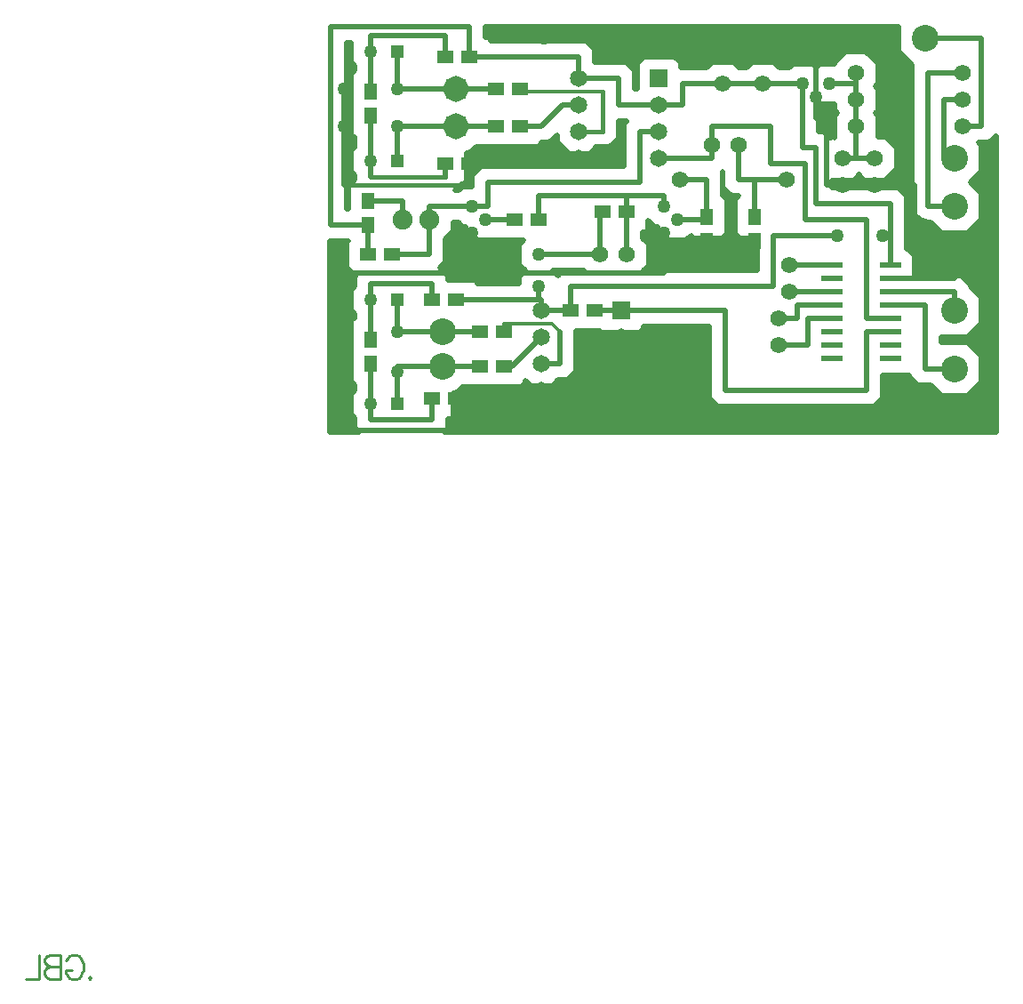
<source format=gbl>
%FSLAX23Y23*%
%MOIN*%
G70*
G01*
G75*
%ADD10C,0.020*%
%ADD11C,0.009*%
%ADD12C,0.050*%
%ADD13C,0.065*%
%ADD14R,0.065X0.065*%
%ADD15C,0.062*%
%ADD16C,0.100*%
%ADD17P,0.100X8X0*%
%ADD18R,0.050X0.050*%
%ADD19C,0.075*%
%ADD20R,0.080X0.024*%
%ADD21R,0.050X0.060*%
%ADD22R,0.060X0.050*%
%ADD23C,0.012*%
%ADD24C,0.015*%
G54D10*
X4070Y3025D02*
Y3740D01*
X4105D01*
X4070D01*
X4076D02*
X4070Y3734D01*
Y3733D02*
X4135Y3668D01*
Y3672D02*
X4070Y3607D01*
Y3606D02*
X4150Y3526D01*
Y3531D02*
X4070Y3451D01*
Y3450D02*
X4150Y3370D01*
Y3376D02*
X4070Y3296D01*
Y3295D02*
X4150Y3215D01*
X4165Y3200D01*
X4165D02*
X4150D01*
Y3290D01*
Y3360D01*
Y3450D01*
X4165D01*
Y3467D01*
X4150Y3483D01*
Y3557D01*
X4165Y3572D01*
Y3610D01*
Y3572D01*
Y3574D02*
X4070Y3479D01*
Y3478D02*
X4150Y3398D01*
Y3404D02*
X4070Y3324D01*
Y3323D02*
X4150Y3243D01*
Y3248D02*
X4070Y3168D01*
Y3167D02*
X4165Y3072D01*
Y3065D02*
X4125Y3025D01*
X4128D02*
X4070Y3083D01*
Y3083D02*
X4150Y3163D01*
Y3168D02*
X4165Y3182D01*
Y3200D01*
X4158D02*
X4070Y3112D01*
Y3111D02*
X4156Y3025D01*
X4153D02*
X4166Y3039D01*
X4165Y3040D02*
Y3078D01*
X4150Y3092D01*
Y3168D01*
X4152Y3170D02*
X4070Y3252D01*
Y3253D02*
X4150Y3333D01*
Y3328D02*
X4070Y3408D01*
Y3409D02*
X4150Y3489D01*
Y3483D02*
X4070Y3563D01*
Y3564D02*
X4135Y3629D01*
Y3626D02*
X4070Y3691D01*
Y3692D02*
X4118Y3740D01*
X4120D02*
X4135Y3725D01*
Y3728D02*
X4070Y3663D01*
Y3662D02*
X4162Y3570D01*
X4155Y3563D02*
X4070Y3648D01*
Y3649D02*
X4135Y3714D01*
Y3710D02*
X4105Y3740D01*
X4105D02*
X4135D01*
Y3615D01*
X4170D01*
X4165Y3610D01*
X4170Y3615D01*
X4163D02*
X4070Y3522D01*
Y3521D02*
X4150Y3441D01*
Y3446D02*
X4070Y3366D01*
Y3365D02*
X4150Y3285D01*
Y3290D02*
Y3360D01*
Y3361D02*
X4070Y3281D01*
Y3280D02*
X4150Y3200D01*
X4151Y3200D02*
X4165Y3185D01*
Y3193D02*
X4070Y3098D01*
Y3097D02*
X4142Y3025D01*
X4139D02*
X4165Y3051D01*
Y3058D02*
X4070Y3153D01*
Y3154D02*
X4150Y3234D01*
Y3257D02*
X4070Y3337D01*
Y3338D02*
X4150Y3418D01*
Y3413D02*
X4070Y3493D01*
Y3494D02*
X4165Y3589D01*
Y3596D02*
X4146Y3615D01*
X4135Y3626D01*
Y3615D02*
X4070Y3550D01*
Y3549D02*
X4165Y3454D01*
Y3461D02*
X4154Y3450D01*
X4150Y3446D01*
X4155Y3450D02*
X4070Y3535D01*
Y3536D02*
X4149Y3615D01*
X4160D02*
X4135Y3640D01*
X4070Y3705D01*
Y3706D02*
X4104Y3740D01*
X4091D02*
X4135Y3696D01*
Y3700D02*
X4070Y3635D01*
Y3634D02*
X4150Y3554D01*
Y3545D02*
X4070Y3465D01*
Y3464D02*
X4150Y3384D01*
Y3390D02*
X4070Y3310D01*
Y3309D02*
X4150Y3229D01*
Y3220D02*
X4070Y3140D01*
Y3139D02*
X4165Y3044D01*
Y3040D02*
Y3078D01*
X4164Y3078D02*
X4111Y3025D01*
X4113D02*
X4070Y3068D01*
Y3069D02*
X4150Y3149D01*
Y3144D02*
X4070Y3224D01*
Y3225D02*
X4150Y3305D01*
Y3299D02*
X4070Y3379D01*
Y3380D02*
X4161Y3471D01*
X4154Y3479D02*
X4070Y3395D01*
Y3394D02*
X4150Y3314D01*
Y3319D02*
X4070Y3239D01*
Y3238D02*
X4150Y3158D01*
Y3135D02*
X4070Y3055D01*
Y3054D02*
X4099Y3025D01*
X4096D02*
X4157Y3086D01*
X4150Y3093D02*
X4082Y3025D01*
X4085D02*
X4070Y3040D01*
Y3041D02*
X4150Y3121D01*
Y3116D02*
X4070Y3196D01*
Y3197D02*
X4150Y3277D01*
Y3271D02*
X4070Y3351D01*
Y3352D02*
X4150Y3432D01*
Y3427D02*
X4070Y3507D01*
Y3508D02*
X4165Y3603D01*
Y3610D02*
X4160Y3615D01*
X4165Y3581D02*
X4070Y3676D01*
Y3677D02*
X4133Y3740D01*
X4134D02*
X4135Y3739D01*
Y3740D02*
X4140D01*
X4090D02*
X4070Y3720D01*
Y3719D02*
X4135Y3654D01*
Y3658D02*
X4070Y3593D01*
Y3592D02*
X4150Y3512D01*
Y3517D02*
X4070Y3437D01*
Y3436D02*
X4150Y3356D01*
Y3347D02*
X4070Y3267D01*
Y3266D02*
X4159Y3177D01*
X4150Y3206D02*
X4070Y3126D01*
Y3125D02*
X4170Y3025D01*
X4167D02*
X4174Y3031D01*
X4180Y3025D02*
X4070D01*
X4071D02*
X4070Y3026D01*
Y3027D02*
X4150Y3107D01*
Y3107D02*
X4070Y3027D01*
X4125Y3030D02*
Y3250D01*
Y3400D01*
Y3620D01*
X4605D01*
Y3770D01*
X4597Y3766D02*
X4505Y3674D01*
Y3680D02*
X4590Y3595D01*
X4596D02*
X4746Y3745D01*
X4751D02*
X4780Y3716D01*
Y3709D02*
X4651Y3580D01*
X4647D02*
X4505Y3722D01*
Y3720D02*
Y3749D01*
X4533Y3776D01*
Y3810D01*
X4553D01*
X4568Y3795D01*
X4580D01*
Y3783D01*
X4618Y3745D01*
X4685D01*
X4693D01*
X4685D01*
X4689D02*
X4539Y3595D01*
X4535D02*
X4515D01*
Y3610D01*
X4485Y3640D01*
X4515Y3610D01*
Y3595D01*
X4535D01*
X4625D01*
Y3580D01*
X4780D01*
Y3608D01*
X4803Y3630D01*
X4780Y3652D01*
Y3727D01*
X4798Y3745D01*
X4775D01*
X4693D01*
X4694D02*
X4780Y3659D01*
Y3666D02*
X4694Y3580D01*
X4690D02*
X4513Y3757D01*
X4506Y3750D02*
X4676Y3580D01*
X4680D02*
X4780Y3680D01*
Y3674D02*
X4709Y3745D01*
X4703D02*
X4553Y3595D01*
X4547D02*
X4494Y3649D01*
X4501Y3656D02*
X4562Y3595D01*
X4567D02*
X4717Y3745D01*
X4723D02*
X4780Y3688D01*
Y3694D02*
X4666Y3580D01*
X4661D02*
X4505Y3736D01*
Y3731D02*
X4569Y3795D01*
X4574D02*
X4580Y3789D01*
X4624Y3745D01*
X4780Y3589D01*
Y3595D02*
X4765Y3580D01*
X4760D02*
X4533Y3808D01*
Y3801D02*
X4542Y3810D01*
X4545D02*
X4775Y3580D01*
X4779D02*
X4780Y3581D01*
Y3603D02*
X4638Y3745D01*
X4633D02*
X4506Y3619D01*
X4499Y3626D02*
X4618Y3745D01*
X4611Y3752D02*
X4492Y3633D01*
X4485Y3640D02*
X4604Y3759D01*
X4590Y3773D02*
X4505Y3688D01*
Y3694D02*
X4604Y3595D01*
X4610D02*
X4760Y3745D01*
X4765D02*
X4781Y3729D01*
X4780Y3723D02*
X4637Y3580D01*
X4633D02*
X4625Y3588D01*
X4618Y3595D01*
X4505Y3708D01*
Y3702D02*
X4583Y3780D01*
X4580Y3791D02*
X4505Y3716D01*
Y3666D02*
X4576Y3595D01*
X4582D02*
X4732Y3745D01*
X4737D02*
X4780Y3702D01*
X4780Y3652D02*
X4708Y3580D01*
X4704D02*
X4520Y3764D01*
X4505Y3745D02*
X4561Y3801D01*
X4554Y3808D02*
X4533Y3786D01*
Y3780D02*
X4732Y3580D01*
X4736D02*
X4794Y3638D01*
X4787Y3645D02*
X4722Y3580D01*
X4718D02*
X4527Y3771D01*
X4533Y3794D02*
X4746Y3580D01*
X4750D02*
X4801Y3631D01*
X4799Y3626D02*
X4680Y3745D01*
X4675D02*
X4525Y3595D01*
X4533D02*
X4487Y3642D01*
X4485Y3640D02*
X4505Y3660D01*
Y3720D01*
Y3660D01*
X4485Y3640D01*
X4513Y3612D02*
X4647Y3745D01*
X4652D02*
X4785Y3612D01*
X4792Y3619D02*
X4666Y3745D01*
X4661D02*
X4515Y3599D01*
Y3599D02*
X4519Y3595D01*
X4455Y3580D02*
X4225D01*
Y3370D01*
Y3280D02*
Y3130D01*
Y3070D01*
X4455D01*
Y3150D01*
X4515Y3075D02*
Y3040D01*
X4500Y3025D01*
X6570D01*
Y4135D01*
X6545Y4110D01*
X6507D01*
X6506Y4109D01*
X6505Y4110D01*
X6507D01*
X6505D01*
X6506Y4109D02*
X6515Y4100D01*
Y4000D01*
X6475Y3960D01*
X6515Y3920D01*
Y3820D01*
X6465Y3770D01*
X6365D01*
X6323Y3812D01*
X6314Y3812D01*
X6285D01*
X6255Y3842D01*
Y3872D01*
X6256Y3862D01*
X6259Y3852D01*
X6263Y3842D01*
X6269Y3834D01*
X6276Y3826D01*
X6284Y3820D01*
X6294Y3816D01*
X6304Y3813D01*
X6314Y3812D01*
X6312Y3812D02*
X6235Y3735D01*
Y3732D02*
X6255Y3712D01*
X6265Y3702D01*
X6357Y3610D01*
X6350D02*
X6570Y3830D01*
Y3835D02*
X6515Y3890D01*
Y3888D02*
X6570Y3943D01*
Y3948D02*
X6515Y4003D01*
Y4001D02*
X6570Y4056D01*
Y4061D02*
X6521Y4110D01*
X6525D02*
X6515Y4100D01*
X6515Y4088D02*
X6570Y4033D01*
Y4028D02*
X6489Y3946D01*
X6482Y3953D02*
X6570Y4042D01*
Y4047D02*
X6507Y4110D01*
X6507D02*
X6545D01*
X6570Y4135D01*
Y4132D02*
X6569Y4134D01*
X6570Y4127D02*
X6515Y4072D01*
Y4074D02*
X6570Y4019D01*
Y4014D02*
X6496Y3939D01*
X6503Y3932D02*
X6570Y4000D01*
Y4005D02*
X6515Y4060D01*
Y4058D02*
X6570Y4113D01*
Y4118D02*
X6562Y4127D01*
X6554Y4119D02*
X6570Y4104D01*
Y4099D02*
X6515Y4044D01*
Y4046D02*
X6570Y3991D01*
Y3985D02*
X6510Y3925D01*
X6515Y3918D02*
X6570Y3863D01*
Y3858D02*
X6322Y3610D01*
X6329D02*
X6265Y3674D01*
Y3680D02*
X6360Y3775D01*
X6367Y3770D02*
X6570Y3566D01*
Y3561D02*
X6515Y3506D01*
Y3508D02*
X6570Y3453D01*
Y3448D02*
X6474Y3352D01*
X6481Y3344D02*
X6570Y3434D01*
Y3439D02*
X6515Y3494D01*
Y3492D02*
X6570Y3547D01*
Y3552D02*
X6311Y3812D01*
X6297D02*
X6235Y3749D01*
Y3746D02*
X6371Y3610D01*
X6364D02*
X6570Y3816D01*
Y3821D02*
X6515Y3876D01*
Y3874D02*
X6570Y3929D01*
Y3934D02*
X6510Y3995D01*
X6503Y3988D02*
X6570Y3920D01*
Y3915D02*
X6515Y3860D01*
Y3862D02*
X6570Y3807D01*
Y3802D02*
X6378Y3610D01*
X6385D02*
X6265D01*
Y3612D01*
Y3712D01*
X6235D01*
Y3730D01*
Y3790D01*
Y3850D01*
Y3910D01*
X6205Y3940D01*
X6145D01*
X5955D01*
Y3969D01*
X6036D01*
X6055Y3989D01*
X6054Y3990D01*
X6057D01*
X6055Y3989D01*
X6075Y3969D01*
X6156D01*
X6196Y4010D01*
Y4090D01*
X6156Y4131D01*
X6126D01*
Y4210D01*
X6117Y4220D01*
X6126Y4229D01*
Y4311D01*
X6117Y4320D01*
X6126Y4330D01*
Y4411D01*
X6086Y4451D01*
X6005D01*
X5964Y4411D01*
Y4405D01*
X5908D01*
X5895Y4392D01*
X5883Y4405D01*
X5808D01*
X5793Y4390D01*
X5757D01*
X5736Y4411D01*
X5655D01*
X5634Y4390D01*
X5607D01*
X5586Y4411D01*
X5505D01*
X5484Y4390D01*
X5425D01*
X5388D01*
Y4432D01*
X5223D01*
Y4310D01*
X5215D01*
Y4320D01*
Y4380D01*
X5185Y4410D01*
X5125D01*
X5069D01*
X5065D01*
Y4414D01*
Y4460D01*
X5035Y4490D01*
X4975D01*
X4675D01*
Y4505D01*
X4655D01*
Y4515D01*
Y4545D01*
X6205D01*
Y4450D01*
X6255Y4400D01*
Y4340D01*
Y4400D01*
X6252Y4403D02*
X6126Y4277D01*
Y4279D02*
X6255Y4150D01*
Y4151D02*
X6195Y4091D01*
X6196Y4082D02*
X6255Y4023D01*
Y4024D02*
X6171Y3940D01*
X6168D02*
X6139Y3969D01*
X6143D02*
X6114Y3940D01*
X6112D02*
X6083Y3969D01*
X6087D02*
X6058Y3940D01*
X6055D02*
X6026Y3969D01*
X6030D02*
X6001Y3940D01*
X5999D02*
X5970Y3969D01*
X5960D02*
X5955Y3964D01*
X5955Y3969D02*
X5984Y3940D01*
X5987D02*
X6016Y3969D01*
X6012D02*
X6041Y3940D01*
X6044D02*
X6074Y3970D01*
X6067Y3977D02*
X6030Y3940D01*
X6027D02*
X5998Y3969D01*
X6002D02*
X5973Y3940D01*
X5970D02*
X5955Y3955D01*
Y3950D02*
X5974Y3969D01*
X5984D02*
X6013Y3940D01*
X6015D02*
X6060Y3984D01*
X6052Y3985D02*
X6098Y3940D01*
X6100D02*
X6129Y3969D01*
X6125D02*
X6154Y3940D01*
X6157D02*
X6255Y4038D01*
Y4037D02*
X6126Y4166D01*
Y4164D02*
X6255Y4293D01*
Y4292D02*
X6002Y4545D01*
X5998D02*
X5858Y4405D01*
X5859D02*
X5719Y4545D01*
X5715D02*
X5581Y4411D01*
X5584D02*
X5450Y4545D01*
X5447D02*
X5334Y4432D01*
X5336D02*
X5224Y4545D01*
X5220D02*
X5085Y4410D01*
X5090D02*
X5065Y4435D01*
Y4432D02*
X5178Y4545D01*
X5181D02*
X5294Y4432D01*
X5292D02*
X5404Y4545D01*
X5408D02*
X5542Y4411D01*
X5539D02*
X5673Y4545D01*
X5676D02*
X5816Y4405D01*
X5816D02*
X5956Y4545D01*
X5959D02*
X6053Y4451D01*
X6060D02*
X6154Y4545D01*
X6157D02*
X6205Y4497D01*
Y4497D02*
X6122Y4414D01*
X6126Y4406D02*
X6081Y4451D01*
X5987Y4545D01*
X5984D02*
X5844Y4405D01*
X5845D02*
X5705Y4545D01*
X5701D02*
X5567Y4411D01*
X5570D02*
X5436Y4545D01*
X5433D02*
X5320Y4432D01*
X5322D02*
X5210Y4545D01*
X5206D02*
X5071Y4410D01*
X5069D02*
X5065Y4414D01*
Y4460D01*
X5035Y4490D01*
X4975D01*
X4982D02*
X5037Y4545D01*
X5040D02*
X5175Y4410D01*
X5170D02*
X5305Y4545D01*
X5309D02*
X5464Y4390D01*
X5461D02*
X5616Y4545D01*
X5620D02*
X5775Y4390D01*
X5773D02*
X5928Y4545D01*
X5931D02*
X6025Y4451D01*
X6032D02*
X6126Y4545D01*
X6129D02*
X6205Y4469D01*
Y4469D02*
X6126Y4390D01*
Y4392D02*
X6255Y4263D01*
Y4264D02*
X6126Y4135D01*
Y4138D02*
X6133Y4131D01*
X6126Y4150D02*
X6255Y4279D01*
Y4277D02*
X6126Y4406D01*
Y4404D02*
X6205Y4483D01*
Y4483D02*
X6143Y4545D01*
X6140D02*
X6046Y4451D01*
X6039D02*
X5945Y4545D01*
X5942D02*
X5787Y4390D01*
X5789D02*
X5634Y4545D01*
X5631D02*
X5476Y4390D01*
X5478D02*
X5323Y4545D01*
X5319D02*
X5184Y4410D01*
X5185D02*
X5125D01*
X5128D02*
X5263Y4545D01*
X5266D02*
X5379Y4432D01*
X5388Y4424D01*
X5421Y4390D01*
X5419D02*
X5574Y4545D01*
X5577D02*
X5711Y4411D01*
X5709D02*
X5843Y4545D01*
X5846D02*
X5972Y4419D01*
X5965Y4412D02*
X5832Y4545D01*
X5829D02*
X5695Y4411D01*
X5697D02*
X5563Y4545D01*
X5560D02*
X5405Y4390D01*
X5407D02*
X5388Y4410D01*
X5365Y4432D01*
X5252Y4545D01*
X5249D02*
X5114Y4410D01*
X5118D02*
X4983Y4545D01*
X4980D02*
X4925Y4490D01*
X4925D02*
X4870Y4545D01*
X4867D02*
X4812Y4490D01*
X4812D02*
X4757Y4545D01*
X4754D02*
X4699Y4490D01*
X4699D02*
X4655Y4534D01*
Y4531D02*
X4669Y4545D01*
X4672D02*
X4727Y4490D01*
X4727D02*
X4782Y4545D01*
X4785D02*
X4840Y4490D01*
X4840D02*
X4895Y4545D01*
X4899D02*
X4954Y4490D01*
X4953D02*
X5008Y4545D01*
X5012D02*
X5147Y4410D01*
X5142D02*
X5277Y4545D01*
X5280D02*
X5435Y4390D01*
X5433D02*
X5588Y4545D01*
X5588D02*
X5433Y4390D01*
X5425D02*
X5388D01*
X5391D02*
X5546Y4545D01*
X5549D02*
X5683Y4411D01*
X5680D02*
X5814Y4545D01*
X5818D02*
X5958Y4405D01*
X5957D02*
X6097Y4545D01*
X6101D02*
X6255Y4391D01*
Y4392D02*
X6126Y4263D01*
Y4265D02*
X6255Y4136D01*
Y4137D02*
X6196Y4078D01*
Y4068D02*
X6255Y4009D01*
Y4010D02*
X6185Y3940D01*
X6182D02*
X6153Y3969D01*
X6162Y3975D02*
X6197Y3940D01*
X6199D02*
X6255Y3996D01*
Y3995D02*
X6196Y4054D01*
Y4050D02*
X6255Y4109D01*
Y4108D02*
X6126Y4237D01*
Y4234D02*
X6255Y4363D01*
Y4362D02*
X6072Y4545D01*
X6069D02*
X5929Y4405D01*
X5929D02*
X5789Y4545D01*
X5786D02*
X5631Y4390D01*
X5633D02*
X5478Y4545D01*
X5475D02*
X5362Y4432D01*
X5350D02*
X5238Y4545D01*
X5235D02*
X5100Y4410D01*
X5104D02*
X5065Y4449D01*
Y4446D02*
X5164Y4545D01*
X5167D02*
X5280Y4432D01*
X5278D02*
X5390Y4545D01*
X5394D02*
X5528Y4411D01*
X5525D02*
X5659Y4545D01*
X5662D02*
X5805Y4402D01*
X5798Y4395D02*
X5648Y4545D01*
X5645D02*
X5511Y4411D01*
X5513D02*
X5379Y4545D01*
X5376D02*
X5263Y4432D01*
X5266D02*
X5153Y4545D01*
X5150D02*
X5065Y4460D01*
X5058Y4467D02*
X5136Y4545D01*
X5139D02*
X5251Y4432D01*
X5249D02*
X5223Y4406D01*
X5206Y4389D01*
X5213Y4382D02*
X5223Y4392D01*
Y4391D02*
X5068Y4545D01*
X5065D02*
X5010Y4490D01*
X5010D02*
X4955Y4545D01*
X4952D02*
X4897Y4490D01*
X4897D02*
X4842Y4545D01*
X4839D02*
X4784Y4490D01*
X4784D02*
X4729Y4545D01*
X4725D02*
X4675Y4495D01*
Y4500D02*
X4670Y4505D01*
X4655Y4520D01*
Y4517D02*
X4683Y4545D01*
X4658D02*
X4713Y4490D01*
X4713D02*
X4768Y4545D01*
X4771D02*
X4826Y4490D01*
X4826D02*
X4881Y4545D01*
X4884D02*
X4939Y4490D01*
X4939D02*
X4994Y4545D01*
X4998D02*
X5133Y4410D01*
X5156D02*
X5291Y4545D01*
X5295D02*
X5450Y4390D01*
X5447D02*
X5602Y4545D01*
X5606D02*
X5761Y4390D01*
X5758D02*
X5913Y4545D01*
X5917D02*
X6011Y4451D01*
X6017D02*
X6111Y4545D01*
X6115D02*
X6205Y4455D01*
Y4455D02*
X6126Y4376D01*
Y4378D02*
X6255Y4249D01*
Y4250D02*
X6136Y4131D01*
X6147D02*
X6126Y4152D01*
Y4178D02*
X6255Y4307D01*
Y4306D02*
X6016Y4545D01*
X6012D02*
X5872Y4405D01*
X5873D02*
X5733Y4545D01*
X5730D02*
X5591Y4406D01*
X5598Y4399D02*
X5744Y4545D01*
X5747D02*
X5897Y4395D01*
X5892Y4396D02*
X6041Y4545D01*
X6044D02*
X6255Y4334D01*
Y4335D02*
X6126Y4206D01*
Y4208D02*
X6255Y4079D01*
Y4081D02*
X6196Y4022D01*
Y4025D02*
X6255Y3966D01*
Y3967D02*
X6216Y3929D01*
X6209Y3936D02*
X6255Y3982D01*
Y3980D02*
X6196Y4039D01*
Y4036D02*
X6255Y4095D01*
Y4094D02*
X6123Y4226D01*
X6121Y4215D02*
X6255Y4349D01*
Y4348D02*
X6058Y4545D01*
X6055D02*
X5915Y4405D01*
X5915D02*
X5775Y4545D01*
X5772D02*
X5617Y4390D01*
X5619D02*
X5464Y4545D01*
X5461D02*
X5348Y4432D01*
X5377D02*
X5489Y4545D01*
X5422D02*
X5556Y4411D01*
X5553D02*
X5687Y4545D01*
X5690D02*
X5830Y4405D01*
X5830D02*
X5970Y4545D01*
X5903D02*
X6001Y4447D01*
X5993Y4440D02*
X5888Y4545D01*
X5885D02*
X5743Y4403D01*
X5750Y4396D02*
X5899Y4545D01*
X5874D02*
X5986Y4433D01*
X5979Y4426D02*
X5860Y4545D01*
X5857D02*
X5723Y4411D01*
X5726D02*
X5592Y4545D01*
X5535D02*
X5669Y4411D01*
X5666D02*
X5800Y4545D01*
X5804D02*
X5944Y4405D01*
X5943D02*
X6083Y4545D01*
X6086D02*
X6255Y4376D01*
Y4378D02*
X6126Y4249D01*
Y4251D02*
X6255Y4122D01*
Y4123D02*
X6196Y4064D01*
X6188Y4098D02*
X6255Y4165D01*
Y4164D02*
X6126Y4293D01*
Y4291D02*
X6245Y4410D01*
X6238Y4417D02*
X6126Y4305D01*
Y4307D02*
X6255Y4178D01*
Y4180D02*
X6181Y4106D01*
X6174Y4113D02*
X6255Y4194D01*
Y4193D02*
X6122Y4326D01*
X6122Y4315D02*
X6231Y4424D01*
X6224Y4431D02*
X6126Y4333D01*
Y4336D02*
X6255Y4207D01*
Y4208D02*
X6167Y4120D01*
X6160Y4127D02*
X6255Y4222D01*
Y4221D02*
X6126Y4350D01*
Y4348D02*
X6217Y4438D01*
X6210Y4445D02*
X6126Y4362D01*
X6045Y4330D02*
Y4370D01*
Y4270D01*
Y4170D01*
Y4050D01*
X5995D01*
X6045D02*
X6115D01*
X6126Y4180D02*
X6255Y4051D01*
Y4052D02*
X6143Y3940D01*
X6145D02*
X6205D01*
X6235Y3910D01*
Y3850D01*
Y3848D02*
X6255Y3868D01*
Y3867D02*
X6235Y3887D01*
Y3891D02*
X6255Y3911D01*
Y3910D02*
X6176Y3989D01*
X6169Y3982D02*
X6255Y3896D01*
Y3897D02*
X6235Y3877D01*
Y3873D02*
X6255Y3853D01*
X6260Y3848D01*
X6261Y3846D02*
X6256Y3841D01*
X6235Y3820D01*
Y3817D02*
X6442Y3610D01*
X6475Y3577D01*
X6570Y3482D01*
Y3476D02*
X6454Y3360D01*
X6451D02*
X6431Y3380D01*
X6431D02*
X6411Y3360D01*
X6409D02*
X6389Y3380D01*
X6389D02*
X6369Y3360D01*
X6366D02*
X6365Y3361D01*
Y3360D02*
Y3380D01*
X6465D01*
X6515Y3430D01*
Y3530D01*
X6475Y3570D01*
Y3580D01*
X6445Y3610D01*
X6385D01*
X6445D01*
X6475Y3580D01*
Y3570D01*
X6477Y3568D02*
X6570Y3660D01*
Y3665D02*
X6465Y3770D01*
X6472Y3777D02*
X6570Y3680D01*
Y3674D02*
X6475Y3579D01*
X6468Y3587D02*
X6570Y3688D01*
Y3694D02*
X6479Y3784D01*
X6486Y3791D02*
X6570Y3708D01*
Y3703D02*
X6461Y3594D01*
X6485Y3560D02*
X6570Y3646D01*
Y3651D02*
X6451Y3770D01*
X6454D02*
X6294Y3610D01*
X6286D02*
X6265Y3631D01*
Y3638D02*
X6397Y3770D01*
X6395D02*
X6570Y3595D01*
Y3589D02*
X6513Y3532D01*
X6515Y3522D02*
X6570Y3467D01*
Y3462D02*
X6466Y3359D01*
X6465Y3360D02*
X6365D01*
Y3370D02*
X6375Y3380D01*
X6375D02*
X6395Y3360D01*
X6397D02*
X6417Y3380D01*
X6417D02*
X6437Y3360D01*
X6440D02*
X6460Y3380D01*
X6460D02*
X6570Y3270D01*
Y3264D02*
X6331Y3025D01*
X6334D02*
X6145Y3214D01*
Y3210D02*
Y3238D01*
X6245D01*
Y3230D01*
Y3238D01*
Y3236D02*
X6034Y3025D01*
X6037D02*
X5942Y3120D01*
X5945D02*
X5850Y3025D01*
X5853D02*
X5758Y3120D01*
X5761D02*
X5666Y3025D01*
X5669D02*
X5574Y3120D01*
X5577D02*
X5482Y3025D01*
X5485D02*
X5113Y3398D01*
X5119D02*
X4995Y3273D01*
Y3275D02*
X5245Y3025D01*
X5242D02*
X5495Y3278D01*
Y3284D02*
X5359Y3420D01*
X5354D02*
X4959Y3025D01*
X4962D02*
X4792Y3195D01*
X4790D02*
X4620Y3025D01*
X4622D02*
X4535Y3112D01*
Y3110D02*
X4620Y3195D01*
X4622D02*
X4792Y3025D01*
X4789D02*
X5162Y3398D01*
X5155D02*
X5528Y3025D01*
X5525D02*
X5620Y3120D01*
X5616D02*
X5711Y3025D01*
X5709D02*
X5804Y3120D01*
X5800D02*
X5895Y3025D01*
X5892D02*
X5987Y3120D01*
X5984D02*
X6079Y3025D01*
X6076D02*
X6263Y3212D01*
X6256Y3219D02*
X6062Y3025D01*
X6065D02*
X5970Y3120D01*
X5959D02*
X5864Y3025D01*
X5867D02*
X5772Y3120D01*
X5775D02*
X5680Y3025D01*
X5683D02*
X5588Y3120D01*
X5585D02*
X5525D01*
X5495Y3150D01*
Y3210D01*
Y3420D01*
X5425D01*
X5365D01*
X5248D01*
Y3398D01*
X5083D01*
Y3405D01*
X5055D01*
X4995D01*
X5055D01*
X5056D02*
X4995Y3344D01*
Y3345D02*
X5315Y3025D01*
X5313D02*
X5495Y3207D01*
Y3210D02*
Y3150D01*
X5525Y3120D01*
X5585D01*
X6055D01*
X6115D01*
X6055D01*
X6055D02*
X6150Y3025D01*
X6147D02*
X6322Y3200D01*
X6325D02*
X6275D01*
X6245Y3230D01*
X6275Y3200D01*
X6325D01*
X6365Y3160D01*
X6465D01*
X6515Y3210D01*
Y3310D01*
X6465Y3360D01*
X6469Y3384D02*
X6570Y3284D01*
Y3278D02*
X6515Y3223D01*
Y3226D02*
X6570Y3171D01*
Y3165D02*
X6430Y3025D01*
X6433D02*
X6220Y3238D01*
X6219D02*
X6145Y3164D01*
Y3171D02*
X6291Y3025D01*
X6288D02*
X6423Y3160D01*
X6425D02*
X6560Y3025D01*
X6557D02*
X6570Y3038D01*
Y3043D02*
X6453Y3160D01*
X6452D02*
X6317Y3025D01*
X6320D02*
X6145Y3200D01*
Y3193D02*
X6190Y3238D01*
X6191D02*
X6404Y3025D01*
X6402D02*
X6570Y3193D01*
Y3199D02*
X6515Y3254D01*
Y3252D02*
X6570Y3307D01*
Y3312D02*
X6483Y3398D01*
X6491Y3406D02*
X6570Y3326D01*
Y3321D02*
X6515Y3266D01*
Y3268D02*
X6570Y3213D01*
Y3208D02*
X6387Y3025D01*
X6390D02*
X6177Y3238D01*
X6176D02*
X6145Y3207D01*
Y3210D02*
Y3150D01*
Y3210D01*
Y3221D02*
X6162Y3238D01*
X6163D02*
X6376Y3025D01*
X6373D02*
X6570Y3222D01*
Y3227D02*
X6515Y3282D01*
Y3280D02*
X6570Y3335D01*
Y3340D02*
X6498Y3413D01*
X6505Y3420D02*
X6570Y3354D01*
Y3349D02*
X6515Y3294D01*
Y3296D02*
X6570Y3241D01*
Y3236D02*
X6359Y3025D01*
X6362D02*
X6149Y3238D01*
X6148D02*
X6145Y3235D01*
X6204Y3238D02*
X6145Y3179D01*
Y3185D02*
X6305Y3025D01*
X6303D02*
X6438Y3160D01*
X6439D02*
X6570Y3029D01*
X6439Y3160D01*
X6411D02*
X6546Y3025D01*
X6543D02*
X6570Y3052D01*
Y3057D02*
X6466Y3161D01*
X6473Y3168D02*
X6570Y3072D01*
Y3066D02*
X6529Y3025D01*
X6532D02*
X6397Y3160D01*
X6395D02*
X6260Y3025D01*
X6263D02*
X6141Y3146D01*
X6145Y3150D02*
X6115Y3120D01*
X6145Y3150D01*
Y3150D02*
X6115Y3120D01*
X6020Y3025D01*
X6023D02*
X5928Y3120D01*
X5931D02*
X5836Y3025D01*
X5839D02*
X5744Y3120D01*
X5747D02*
X5652Y3025D01*
X5655D02*
X5560Y3120D01*
X5563D02*
X5468Y3025D01*
X5471D02*
X5099Y3398D01*
X5105D02*
X4995Y3287D01*
Y3289D02*
X5259Y3025D01*
X5256D02*
X5495Y3264D01*
Y3270D02*
X5345Y3420D01*
X5340D02*
X4945Y3025D01*
X4948D02*
X4778Y3195D01*
X4776D02*
X4606Y3025D01*
X4608D02*
X4535Y3098D01*
Y3096D02*
X4634Y3195D01*
X4636D02*
X4806Y3025D01*
X4804D02*
X5176Y3398D01*
X5169D02*
X5542Y3025D01*
X5539D02*
X5634Y3120D01*
X5631D02*
X5726Y3025D01*
X5723D02*
X5818Y3120D01*
X5814D02*
X5909Y3025D01*
X5907D02*
X6002Y3120D01*
X5998D02*
X6093Y3025D01*
X6090D02*
X6270Y3205D01*
X6280Y3200D02*
X6105Y3025D01*
X6107D02*
X6012Y3120D01*
X6016D02*
X5921Y3025D01*
X5924D02*
X5829Y3120D01*
X5832D02*
X5737Y3025D01*
X5740D02*
X5645Y3120D01*
X5648D02*
X5553Y3025D01*
X5556D02*
X5183Y3398D01*
X5190D02*
X4818Y3025D01*
X4820D02*
X4650Y3195D01*
X4648D02*
X4535Y3082D01*
X4528Y3075D01*
X4515Y3062D01*
Y3062D02*
X4552Y3025D01*
X4549D02*
X4719Y3195D01*
X4721D02*
X4891Y3025D01*
X4888D02*
X5283Y3420D01*
X5288D02*
X5495Y3213D01*
Y3222D02*
X5298Y3025D01*
X5301D02*
X4995Y3331D01*
Y3330D02*
X5070Y3405D01*
X5077D02*
X5083Y3399D01*
X5084Y3398D01*
X5457Y3025D01*
X5454D02*
X5549Y3120D01*
X5546D02*
X5641Y3025D01*
X5638D02*
X5733Y3120D01*
X5730D02*
X5825Y3025D01*
X5822D02*
X5917Y3120D01*
X5913D02*
X6008Y3025D01*
X6006D02*
X6101Y3120D01*
X6097D02*
X6192Y3025D01*
X6189D02*
X6345Y3180D01*
X6338Y3187D02*
X6175Y3025D01*
X6178D02*
X6083Y3120D01*
X6086D02*
X5991Y3025D01*
X5994D02*
X5899Y3120D01*
X5903D02*
X5808Y3025D01*
X5810D02*
X5715Y3120D01*
X5719D02*
X5624Y3025D01*
X5627D02*
X5532Y3120D01*
X5535D02*
X5440Y3025D01*
X5443D02*
X5063Y3405D01*
X5049D02*
X5429Y3025D01*
X5426D02*
X5523Y3122D01*
X5516Y3129D02*
X5412Y3025D01*
X5414D02*
X5034Y3405D01*
X5028D02*
X4995Y3372D01*
Y3374D02*
X5344Y3025D01*
X5341D02*
X5495Y3179D01*
Y3185D02*
X5260Y3420D01*
X5255D02*
X5248Y3412D01*
X5233Y3398D01*
X4860Y3025D01*
X4863D02*
X4693Y3195D01*
X4691D02*
X4521Y3025D01*
X4509D02*
X4505Y3030D01*
X4507Y3025D02*
X4677Y3195D01*
X4679D02*
X4849Y3025D01*
X4846D02*
X5218Y3398D01*
X5212D02*
X5584Y3025D01*
X5581D02*
X5676Y3120D01*
X5673D02*
X5768Y3025D01*
X5765D02*
X5860Y3120D01*
X5857D02*
X5952Y3025D01*
X5949D02*
X6044Y3120D01*
X6041D02*
X6136Y3025D01*
X6161D02*
X6331Y3194D01*
X6314Y3200D02*
X6489Y3025D01*
X6486D02*
X6570Y3109D01*
Y3114D02*
X6494Y3189D01*
X6487Y3182D02*
X6570Y3100D01*
Y3094D02*
X6501Y3025D01*
X6503D02*
X6368Y3160D01*
X6367D02*
X6232Y3025D01*
X6235D02*
X6127Y3132D01*
X6120Y3125D02*
X6221Y3025D01*
X6218D02*
X6359Y3166D01*
X6352Y3173D02*
X6204Y3025D01*
X6206D02*
X6111Y3120D01*
X6072D02*
X5977Y3025D01*
X5980D02*
X5885Y3120D01*
X5888D02*
X5793Y3025D01*
X5796D02*
X5701Y3120D01*
X5705D02*
X5610Y3025D01*
X5612D02*
X5240Y3398D01*
X5247D02*
X4874Y3025D01*
X4877D02*
X4707Y3195D01*
X4705D02*
X4535Y3025D01*
X4538D02*
X4515Y3048D01*
Y3048D02*
X4662Y3195D01*
X4665D02*
X4835Y3025D01*
X4832D02*
X5204Y3398D01*
X5198D02*
X5570Y3025D01*
X5567D02*
X5662Y3120D01*
X5659D02*
X5754Y3025D01*
X5751D02*
X5846Y3120D01*
X5843D02*
X5938Y3025D01*
X5935D02*
X6030Y3120D01*
X6027D02*
X6122Y3025D01*
X6119D02*
X6294Y3200D01*
X6286D02*
X6461Y3025D01*
X6458D02*
X6570Y3137D01*
Y3142D02*
X6509Y3204D01*
X6515Y3211D02*
X6570Y3156D01*
Y3151D02*
X6444Y3025D01*
X6447D02*
X6234Y3238D01*
X6233D02*
X6145Y3150D01*
Y3157D02*
X6277Y3025D01*
X6274D02*
X6409Y3160D01*
X6383D02*
X6518Y3025D01*
X6515D02*
X6570Y3080D01*
Y3086D02*
X6480Y3175D01*
X6502Y3197D02*
X6570Y3128D01*
Y3123D02*
X6472Y3025D01*
X6475D02*
X6300Y3200D01*
X6308D02*
X6133Y3025D01*
X6051D02*
X5956Y3120D01*
X5874D02*
X5779Y3025D01*
X5782D02*
X5687Y3120D01*
X5690D02*
X5595Y3025D01*
X5598D02*
X5226Y3398D01*
X5247D02*
X5248Y3398D01*
X5269Y3420D01*
X5274D02*
X5495Y3199D01*
Y3193D02*
X5327Y3025D01*
X5287D02*
X4995Y3317D01*
Y3316D02*
X5083Y3403D01*
X5091Y3398D02*
X4995Y3301D01*
Y3303D02*
X5273Y3025D01*
X5270D02*
X5495Y3250D01*
Y3256D02*
X5331Y3420D01*
X5365D02*
X5425D01*
X5425D02*
X5030Y3025D01*
X5033D02*
X4860Y3197D01*
X4863D02*
X4690Y3025D01*
X4693D02*
X4547Y3172D01*
X4545Y3170D02*
X4535D01*
Y3075D01*
X4515D01*
Y3040D01*
X4500Y3025D01*
X4512Y3037D02*
X4523Y3025D01*
X4545Y3030D02*
X4125D01*
X4165Y3040D02*
X4180Y3025D01*
X4165Y3040D01*
X4325Y3130D02*
Y3250D01*
Y3270D01*
X4635D01*
X4645Y3195D02*
X4570D01*
X4545Y3170D01*
X4538D02*
X4535Y3167D01*
Y3169D02*
X4679Y3025D01*
X4676D02*
X4849Y3197D01*
X4846D02*
X5018Y3025D01*
X5016D02*
X5411Y3420D01*
X5415D02*
X5495Y3340D01*
Y3335D02*
X5185Y3025D01*
X5188D02*
X4979Y3234D01*
X4986Y3241D02*
X5202Y3025D01*
X5199D02*
X5495Y3321D01*
Y3326D02*
X5401Y3420D01*
X5396D02*
X5001Y3025D01*
X5004D02*
X4832Y3197D01*
X4835D02*
X4662Y3025D01*
X4665D02*
X4535Y3155D01*
Y3152D02*
X4578Y3195D01*
X4580D02*
X4750Y3025D01*
X4747D02*
X4942Y3220D01*
X4937D02*
X5132Y3025D01*
X5129D02*
X5495Y3391D01*
Y3383D02*
X5458Y3420D01*
X5453D02*
X5058Y3025D01*
X5061D02*
X4888Y3197D01*
X4891D02*
X4719Y3025D01*
X4721D02*
X4561Y3186D01*
X4568Y3193D02*
X4736Y3025D01*
X4733D02*
X4905Y3197D01*
X4906D02*
X4824D01*
X4805Y3216D01*
Y3195D01*
X4715D01*
X4645D01*
X4715D01*
X4733D02*
X4563Y3025D01*
X4566D02*
X4516Y3075D01*
X4545Y3030D02*
Y3150D01*
X4865D01*
Y3180D01*
X5165D01*
Y3120D02*
Y3280D01*
Y3380D01*
Y3120D02*
X6545D01*
Y3700D01*
X6415D01*
Y3600D01*
X6175D01*
Y3650D02*
Y3880D01*
X5895D01*
Y4090D01*
X5845D01*
Y4330D01*
X5395D01*
Y4250D01*
X5155D01*
Y4350D01*
X5005D01*
Y4430D01*
X4595D01*
Y4545D01*
X4075D01*
Y3800D01*
X4215D01*
Y3730D01*
Y3690D01*
X4305D02*
X4445D01*
Y3820D01*
Y3870D01*
X4605D01*
X4665D01*
Y3960D01*
X5235D01*
Y4150D01*
X5305D01*
Y4050D02*
X5505D01*
Y4170D01*
X5725D01*
Y4030D01*
X5855D01*
Y3820D01*
X6085D01*
Y3450D01*
X6175D01*
Y3400D02*
X6085D01*
Y3180D01*
X5555D01*
Y3480D01*
X5395D01*
X5065D01*
X5042Y3405D02*
X4995Y3358D01*
Y3360D02*
X5330Y3025D01*
X5355D02*
X5495Y3165D01*
Y3171D02*
X5248Y3418D01*
Y3404D02*
X5495Y3157D01*
Y3151D02*
X5369Y3025D01*
X5372D02*
X4995Y3402D01*
Y3400D02*
X5000Y3405D01*
X4995D02*
Y3310D01*
Y3250D01*
X4965Y3220D01*
X4929D01*
X4906Y3197D01*
X4903D02*
X5075Y3025D01*
X5072D02*
X5467Y3420D01*
X5472D02*
X5495Y3397D01*
Y3405D02*
X5115Y3025D01*
X5117D02*
X4926Y3217D01*
X4929Y3220D02*
X4965D01*
X4995Y3250D01*
Y3310D01*
Y3261D02*
X5231Y3025D01*
X5228D02*
X5495Y3292D01*
Y3298D02*
X5373Y3420D01*
X5368D02*
X4973Y3025D01*
X4976D02*
X4805Y3196D01*
Y3196D02*
X4804Y3195D01*
X4634Y3025D01*
X4637D02*
X4535Y3127D01*
Y3124D02*
X4606Y3195D01*
X4608D02*
X4778Y3025D01*
X4775D02*
X5148Y3398D01*
X5141D02*
X5513Y3025D01*
X5511D02*
X5606Y3120D01*
X5602D02*
X5697Y3025D01*
X5694D02*
X5789Y3120D01*
X5786D02*
X5881Y3025D01*
X5878D02*
X5973Y3120D01*
X6058D02*
X5963Y3025D01*
X5966D02*
X5871Y3120D01*
X6048Y3025D02*
X6249Y3226D01*
X6145Y3228D02*
X6348Y3025D01*
X6345D02*
X6570Y3250D01*
Y3255D02*
X6445Y3380D01*
X6445D02*
X6425Y3360D01*
X6423D02*
X6403Y3380D01*
X6403D02*
X6383Y3360D01*
X6381D02*
X6365Y3376D01*
X6415Y3260D02*
X6305D01*
Y3500D01*
X6175D01*
Y3550D02*
X6415D01*
Y3480D01*
X6476Y3391D02*
X6570Y3298D01*
Y3292D02*
X6515Y3237D01*
Y3240D02*
X6570Y3185D01*
Y3179D02*
X6416Y3025D01*
X6419D02*
X6206Y3238D01*
X6134Y3139D02*
X6249Y3025D01*
X6246D02*
X6381Y3160D01*
X6515Y3308D02*
X6570Y3363D01*
Y3369D02*
X6512Y3427D01*
X6515Y3435D02*
X6570Y3490D01*
Y3496D02*
X6235Y3831D01*
Y3834D02*
X6255Y3854D01*
X6257Y3856D01*
X6255Y3872D02*
Y4340D01*
Y4321D02*
X6126Y4192D01*
Y4194D02*
X6255Y4065D01*
Y4066D02*
X6129Y3940D01*
X6126D02*
X6097Y3969D01*
X6101D02*
X6072Y3940D01*
X6069D02*
X6038Y3971D01*
X6045Y3978D02*
X6083Y3940D01*
X6086D02*
X6115Y3969D01*
X6111D02*
X6140Y3940D01*
X6183Y3996D02*
X6255Y3924D01*
Y3925D02*
X6235Y3905D01*
Y3901D02*
X6255Y3881D01*
Y3883D02*
X6235Y3863D01*
Y3859D02*
X6570Y3524D01*
Y3519D02*
X6515Y3464D01*
Y3466D02*
X6570Y3411D01*
Y3406D02*
X6495Y3330D01*
X6488Y3337D02*
X6570Y3420D01*
Y3425D02*
X6515Y3480D01*
Y3478D02*
X6570Y3533D01*
Y3538D02*
X6296Y3812D01*
X6292Y3817D01*
X6289Y3818D02*
X6284Y3813D01*
X6235Y3764D01*
Y3760D02*
X6385Y3610D01*
X6393D02*
X6570Y3787D01*
Y3793D02*
X6515Y3848D01*
Y3846D02*
X6570Y3901D01*
Y3906D02*
X6495Y3980D01*
X6488Y3973D02*
X6570Y3892D01*
Y3886D02*
X6515Y3831D01*
Y3834D02*
X6570Y3779D01*
Y3773D02*
X6407Y3610D01*
X6413D02*
X6235Y3788D01*
Y3790D02*
Y3730D01*
Y3721D02*
X6324Y3811D01*
X6332Y3803D02*
X6240Y3712D01*
X6241D02*
X6235Y3718D01*
Y3774D02*
X6399Y3610D01*
X6421D02*
X6570Y3759D01*
Y3764D02*
X6515Y3820D01*
X6508Y3813D02*
X6570Y3750D01*
Y3745D02*
X6435Y3610D01*
X6428D02*
X6235Y3802D01*
Y3806D02*
X6263Y3834D01*
X6266Y3837D01*
X6270Y3827D02*
X6235Y3792D01*
Y3778D02*
X6277Y3820D01*
X6280Y3823D01*
X6273Y3829D02*
X6270Y3827D01*
X6235Y3845D02*
X6570Y3510D01*
Y3505D02*
X6515Y3450D01*
Y3452D02*
X6570Y3397D01*
X6515Y3438D02*
X6570Y3383D01*
Y3377D02*
X6509Y3316D01*
X6502Y3323D02*
X6570Y3391D01*
X6515Y3520D02*
X6570Y3575D01*
Y3581D02*
X6381Y3770D01*
X6383D02*
X6265Y3652D01*
Y3645D02*
X6300Y3610D01*
X6308D02*
X6570Y3872D01*
Y3878D02*
X6481Y3966D01*
X6515Y4015D02*
X6570Y4070D01*
Y4076D02*
X6536Y4110D01*
X6539D02*
X6515Y4086D01*
X6511Y4110D02*
X6508Y4107D01*
X6547Y4112D02*
X6570Y4090D01*
Y4084D02*
X6515Y4029D01*
Y4032D02*
X6570Y3977D01*
Y3971D02*
X6515Y3916D01*
Y3904D02*
X6570Y3849D01*
Y3844D02*
X6336Y3610D01*
X6343D02*
X6265Y3688D01*
X6241Y3712D01*
X6254D02*
X6339Y3796D01*
X6346Y3789D02*
X6265Y3709D01*
Y3695D02*
X6353Y3782D01*
X6369Y3770D02*
X6265Y3666D01*
Y3659D02*
X6314Y3610D01*
X6447Y3608D02*
X6570Y3731D01*
Y3736D02*
X6501Y3806D01*
X6494Y3799D02*
X6570Y3722D01*
Y3717D02*
X6454Y3601D01*
X6492Y3553D02*
X6570Y3632D01*
Y3637D02*
X6437Y3770D01*
X6439D02*
X6279Y3610D01*
X6272D02*
X6265Y3617D01*
Y3612D02*
Y3610D01*
X6265D02*
X6425Y3770D01*
X6423D02*
X6570Y3623D01*
Y3618D02*
X6499Y3546D01*
X6506Y3539D02*
X6570Y3604D01*
Y3609D02*
X6409Y3770D01*
X6411D02*
X6265Y3624D01*
Y3600D02*
Y3950D01*
X6115D01*
X5995D01*
X5935D01*
Y4200D01*
X5895D01*
Y4280D01*
Y4500D01*
X5995D01*
X6067Y4451D02*
X5973Y4545D01*
X6027D02*
X5885Y4403D01*
X5904Y4402D02*
X5761Y4545D01*
X5758D02*
X5605Y4392D01*
X5641Y4397D02*
X5493Y4545D01*
X5503D02*
X5388Y4429D01*
Y4415D02*
X5517Y4545D01*
X5521D02*
X5655Y4411D01*
X5736Y4410D02*
X5871Y4545D01*
X5895Y4430D02*
X5545D01*
Y4500D01*
X4875D01*
X4869Y4490D02*
X4814Y4545D01*
X4810D02*
X4755Y4490D01*
X4756D02*
X4701Y4545D01*
X4697D02*
X4657Y4505D01*
X4655Y4515D02*
Y4545D01*
X4671Y4505D02*
X4711Y4545D01*
X4715D02*
X4770Y4490D01*
X4769D02*
X4824Y4545D01*
X4828D02*
X4883Y4490D01*
X4883D02*
X4938Y4545D01*
X4941D02*
X4996Y4490D01*
X4996D02*
X5051Y4545D01*
X5054D02*
X5223Y4377D01*
X5054Y4545D01*
X5079D02*
X5024Y4490D01*
X5024D02*
X4969Y4545D01*
X4966D02*
X4911Y4490D01*
X4911D02*
X4856Y4545D01*
X4853D02*
X4798Y4490D01*
X4798D02*
X4743Y4545D01*
X4740D02*
X4685Y4490D01*
X4685D02*
X4675Y4500D01*
X4695Y4310D02*
X4325D01*
Y4450D01*
X4225D02*
Y4510D01*
X4505D01*
Y4430D01*
X4225Y4450D02*
Y4300D01*
Y4210D02*
Y4040D01*
Y3980D01*
X4215Y3890D02*
X4345D01*
Y3820D01*
X4455Y3580D02*
Y3520D01*
X4545D02*
X4865D01*
Y3480D01*
X4975D01*
Y3570D01*
X5735D01*
Y3760D01*
X5975D01*
X6145D02*
X6175D01*
X6297Y3812D02*
X6299Y3814D01*
X6315Y3872D02*
Y4370D01*
X6445D01*
X6305Y4500D02*
X6515D01*
Y4170D01*
X6445D01*
X6415Y4050D02*
X6375D01*
Y4270D01*
X6445D01*
X6205Y4511D02*
X6171Y4545D01*
X6168D02*
X6074Y4451D01*
X6087Y4450D02*
X6182Y4545D01*
X6185D02*
X6205Y4525D01*
Y4525D02*
X6108Y4429D01*
X6115Y4421D02*
X6205Y4511D01*
X6255Y4320D02*
X6030Y4545D01*
X6094Y4443D02*
X6196Y4545D01*
X6200D02*
X6205Y4540D01*
Y4540D02*
X6101Y4436D01*
X6126Y4364D02*
X6255Y4235D01*
Y4236D02*
X6150Y4131D01*
X6196Y4011D02*
X6255Y3952D01*
Y3953D02*
X6223Y3922D01*
X6230Y3915D02*
X6255Y3939D01*
Y3938D02*
X6190Y4003D01*
X6315Y3872D02*
X6415Y3870D01*
X6515Y3902D02*
X6570Y3957D01*
Y3962D02*
X6515Y4017D01*
X5974Y4220D02*
X5964Y4210D01*
Y4131D01*
X5955D01*
X5949Y4126D01*
X5925Y4150D01*
X5905D01*
Y4258D01*
X5908Y4255D01*
X5964D01*
Y4229D01*
X5974Y4220D01*
X5973Y4220D02*
X5938Y4255D01*
X5935D02*
X5905Y4226D01*
Y4231D02*
X5964Y4172D01*
Y4171D02*
X5934Y4141D01*
X5941Y4134D02*
X5964Y4157D01*
Y4158D02*
X5905Y4217D01*
Y4211D02*
X5949Y4255D01*
X5952D02*
X5964Y4243D01*
Y4242D02*
X5905Y4183D01*
Y4189D02*
X5963Y4131D01*
X5964Y4130D01*
Y4129D02*
Y4131D01*
Y4143D02*
X5948Y4127D01*
X5949Y4126D02*
X5925Y4150D01*
X5905D01*
Y4155D02*
X5972Y4222D01*
X5965Y4229D02*
X5905Y4169D01*
Y4175D02*
X5952Y4128D01*
X5964Y4144D02*
X5905Y4203D01*
Y4240D02*
X5920Y4255D01*
X5924D02*
X5966Y4213D01*
X5963Y4255D02*
X5905Y4197D01*
Y4161D02*
X5916Y4150D01*
X5914D02*
X5964Y4200D01*
Y4201D02*
X5910Y4255D01*
X5907Y4256D02*
X5905Y4254D01*
Y4246D02*
X5964Y4187D01*
Y4186D02*
X5927Y4148D01*
X5955Y3941D02*
X5956Y3940D01*
X5959D02*
X5988Y3969D01*
X6054Y3990D02*
X6057D01*
X6054D01*
X5955Y3650D02*
X5795D01*
X5675Y3655D02*
X5560Y3770D01*
Y3767D02*
X5543Y3750D01*
X5423Y3630D01*
X5418D02*
X5265Y3783D01*
Y3783D02*
X5257Y3775D01*
X5245Y3763D01*
Y3760D02*
X5375Y3630D01*
X5380D02*
X5500Y3750D01*
X5496D02*
X5616Y3630D01*
X5621D02*
X5675Y3684D01*
Y3684D02*
X5609Y3750D01*
X5590Y3769D01*
X5560Y3799D01*
Y3796D02*
X5590Y3826D01*
Y3825D02*
X5560Y3855D01*
Y3852D02*
X5590Y3882D01*
Y3882D02*
X5545Y3927D01*
Y3922D02*
X5554Y3931D01*
X5561Y3924D02*
X5547Y3910D01*
X5548D02*
X5545Y3913D01*
Y3910D02*
Y3940D01*
Y4000D01*
Y3940D01*
Y4000D01*
Y3940D01*
X5575Y3910D01*
X5545Y3940D01*
Y3941D02*
X5576Y3910D01*
X5590Y3896D01*
Y3896D02*
X5560Y3866D01*
Y3869D02*
X5590Y3839D01*
Y3840D02*
X5560Y3810D01*
Y3813D02*
X5590Y3783D01*
Y3783D02*
X5560Y3753D01*
X5557Y3750D01*
X5437Y3630D01*
X5432D02*
X5265Y3797D01*
Y3798D02*
X5275Y3808D01*
X5265Y3811D02*
X5446Y3630D01*
X5451D02*
X5590Y3769D01*
Y3755D02*
X5465Y3630D01*
X5460D02*
X5345Y3745D01*
X5340D02*
X5266Y3671D01*
Y3668D02*
X5304Y3630D01*
X5310D02*
X5430Y3750D01*
X5425D02*
X5421Y3754D01*
X5418Y3750D02*
X5413Y3745D01*
X5338D01*
X5300Y3783D01*
Y3795D01*
X5288D01*
X5265Y3818D01*
Y3775D01*
X5245D01*
Y3751D01*
X5266Y3730D01*
Y3649D01*
X5247Y3630D01*
X5675D01*
Y3730D01*
Y3750D01*
X5590D01*
Y3910D01*
X5575D01*
X5590D01*
X5605D01*
X5590D01*
X5605D01*
X5604D02*
X5590Y3896D01*
X5590Y3910D02*
X5560Y3881D01*
Y3884D02*
X5590Y3854D01*
Y3854D02*
X5560Y3824D01*
Y3827D02*
X5590Y3797D01*
Y3797D02*
X5560Y3767D01*
Y3756D02*
X5675Y3641D01*
Y3642D02*
X5663Y3630D01*
X5658D02*
X5538Y3750D01*
X5529D02*
X5409Y3630D01*
X5403D02*
X5258Y3775D01*
X5245Y3774D02*
X5389Y3630D01*
X5394D02*
X5514Y3750D01*
X5510D02*
X5630Y3630D01*
X5635D02*
X5675Y3670D01*
Y3670D02*
X5595Y3750D01*
X5590Y3755D01*
X5560Y3785D01*
Y3782D02*
X5590Y3812D01*
Y3811D02*
X5560Y3841D01*
Y3838D02*
X5590Y3868D01*
Y3868D02*
X5560Y3898D01*
X5548Y3910D01*
X5545D02*
X5560D01*
Y3750D01*
X5418D01*
X5410D01*
X5411D02*
X5414Y3747D01*
X5531Y3630D01*
X5536D02*
X5656Y3750D01*
X5651D02*
X5675Y3726D01*
Y3727D02*
X5578Y3630D01*
X5573D02*
X5453Y3750D01*
X5458D02*
X5338Y3630D01*
X5333D02*
X5266Y3697D01*
Y3700D02*
X5324Y3758D01*
X5325Y3770D02*
Y3620D01*
X4605D01*
X4624Y3595D02*
X4774Y3745D01*
X4775D02*
X4798D01*
X4795Y3743D02*
X4793Y3745D01*
X4788D02*
X4625Y3582D01*
Y3582D02*
X4788Y3745D01*
X4779D02*
X4788Y3736D01*
X4765Y3820D02*
X4655D01*
X4688Y4020D02*
X4617Y4092D01*
X4620Y4095D02*
X4595Y4070D01*
X4585D01*
Y3955D01*
X4565D01*
X4563D01*
Y3951D01*
X4541Y3930D01*
X4545D01*
X4553D01*
X4568Y3945D01*
X4605D01*
Y3990D01*
Y3945D01*
Y3948D02*
X4585Y3968D01*
Y3966D02*
X4574Y3955D01*
X4549Y3930D01*
X4552D02*
X4548Y3933D01*
X4547Y3935D01*
X4545Y3930D02*
X4565Y3950D01*
Y3955D01*
X4569D02*
X4579Y3945D01*
X4578D02*
X4605Y3972D01*
Y3976D02*
X4585Y3996D01*
Y3994D02*
X4686Y4095D01*
X4698D02*
X4773Y4020D01*
X4766D02*
X4841Y4095D01*
X4839D02*
X4914Y4020D01*
X4908D02*
X4959Y4072D01*
X4964Y4068D02*
X4923Y4109D01*
Y4137D01*
X4895Y4110D01*
X4865D01*
Y4095D01*
X4775D01*
X4705D01*
X4620D01*
X4627D02*
X4702Y4020D01*
X4695D02*
X4770Y4095D01*
X4769D02*
X4844Y4020D01*
X4837D02*
X4924Y4107D01*
X4923Y4111D02*
X4909Y4124D01*
X4923Y4125D02*
X4916Y4131D01*
X4923Y4134D02*
X4809Y4020D01*
X4815D02*
X4740Y4095D01*
X4742D02*
X4667Y4020D01*
X4674D02*
X4610Y4084D01*
X4602Y4077D02*
X4660Y4020D01*
X4653D02*
X4728Y4095D01*
X4726D02*
X4801Y4020D01*
X4794D02*
X4884Y4110D01*
X4881D02*
X4971Y4020D01*
X4964D02*
X5012Y4068D01*
X5008D02*
X5056Y4020D01*
X5049D02*
X5121Y4093D01*
X5153Y4124D01*
X5175Y4146D01*
Y4141D02*
X5153Y4164D01*
Y4166D02*
X5177Y4190D01*
X5183D02*
X5184Y4189D01*
X5185Y4190D02*
X5175Y4180D01*
X5185Y4190D01*
X5153D01*
X5185D01*
X5177Y4182D02*
X5169Y4190D01*
X5175Y4180D02*
Y4120D01*
Y4180D01*
Y4174D02*
X5153Y4152D01*
Y4150D02*
X5175Y4127D01*
Y4132D02*
X5063Y4020D01*
X5063D02*
X5175Y4132D01*
Y4120D02*
Y4020D01*
X4695D01*
X4635D01*
X4605Y3990D01*
X4635Y4020D01*
X4695D01*
X4710D02*
X4785Y4095D01*
X4783D02*
X4858Y4020D01*
X4851D02*
X4931Y4100D01*
X4938Y4093D02*
X4865Y4020D01*
X4872D02*
X4797Y4095D01*
X4799D02*
X4724Y4020D01*
X4731D02*
X4656Y4095D01*
X4657D02*
X4585Y4023D01*
Y4024D02*
X4612Y3997D01*
X4605Y3990D02*
X4585Y4010D01*
Y4009D02*
X4671Y4095D01*
X4670D02*
X4745Y4020D01*
X4738D02*
X4813Y4095D01*
X4811D02*
X4886Y4020D01*
X4879D02*
X4945Y4086D01*
X4952Y4079D02*
X4893Y4020D01*
X4900D02*
X4825Y4095D01*
X4827D02*
X4752Y4020D01*
X4759D02*
X4684Y4095D01*
X4643D02*
X4585Y4037D01*
Y4038D02*
X4619Y4004D01*
X4626Y4011D02*
X4585Y4052D01*
Y4051D02*
X4629Y4095D01*
X4641D02*
X4716Y4020D01*
X4780D02*
X4855Y4095D01*
X4865Y4105D01*
X4870Y4110D01*
X4867D02*
X4957Y4020D01*
X4950D02*
X4997Y4068D01*
X4994D02*
X5042Y4020D01*
X5035D02*
X5107Y4093D01*
X5111D02*
X5175Y4028D01*
Y4033D02*
X5162Y4020D01*
X5155D02*
X5082Y4093D01*
X5079D02*
X5007Y4020D01*
X5013D02*
X4966Y4068D01*
X4923Y4111D01*
Y4120D02*
X4823Y4020D01*
X4830D02*
X4755Y4095D01*
X4756D02*
X4681Y4020D01*
X4646D02*
X4595Y4070D01*
X4590Y4070D02*
X4585Y4065D01*
Y4067D02*
X4633Y4018D01*
X4639Y4020D02*
X4605Y3986D01*
X4585Y3966D01*
X4583Y3955D02*
X4593Y3945D01*
X4592D02*
X4605Y3958D01*
Y3962D02*
X4585Y3982D01*
Y3980D02*
X4700Y4095D01*
X4705D02*
X4775D01*
X4714D02*
X4639Y4020D01*
X4595Y4030D02*
Y3950D01*
X4566Y3944D02*
X4563Y3948D01*
X4561Y3949D01*
X4559Y3937D02*
X4556Y3941D01*
X4554Y3942D01*
X4595Y4030D02*
X5005D01*
Y4050D01*
X4983Y4068D02*
X4936Y4020D01*
X4943D02*
X4865Y4098D01*
Y4110D02*
X4895D01*
X4923Y4137D01*
X4902Y4117D02*
X4999Y4020D01*
X4992D02*
X5040Y4068D01*
X5037D02*
X5084Y4020D01*
X5077D02*
X5175Y4118D01*
Y4113D02*
X5153Y4135D01*
Y4138D02*
X5175Y4160D01*
Y4155D02*
X5153Y4178D01*
Y4179D02*
Y4190D01*
X5155D02*
X5175Y4170D01*
Y4104D02*
X5091Y4020D01*
X5098D02*
X5049Y4070D01*
X5046Y4068D02*
X4964D01*
X4969D02*
X4922Y4020D01*
X4929D02*
X4854Y4095D01*
X4875Y4080D02*
Y4030D01*
X4978Y4020D02*
X5026Y4068D01*
X5022D02*
X5070Y4020D01*
X5106D02*
X5175Y4089D01*
Y4085D02*
X5145Y4114D01*
X5153Y4121D02*
X5124Y4093D01*
X5071D01*
X5046Y4068D01*
X5056Y4077D02*
X5112Y4020D01*
X5120D02*
X5175Y4075D01*
Y4071D02*
X5138Y4107D01*
X5131Y4100D02*
X5175Y4056D01*
Y4061D02*
X5134Y4020D01*
X5141D02*
X5070Y4091D01*
X5068Y4093D01*
X5066D02*
X5071D01*
X5066D01*
X5071D02*
X5124D01*
X5153Y4121D01*
Y4179D01*
Y4121D01*
Y4121D02*
X5175Y4099D01*
Y4047D02*
X5148Y4020D01*
X5127D02*
X5063Y4084D01*
X5093Y4093D02*
X5021Y4020D01*
X5028D02*
X4980Y4068D01*
X4895Y4110D02*
X4985Y4020D01*
X4855Y3910D02*
X5325D01*
Y3870D01*
X5300Y3790D02*
X5253Y3743D01*
X5260Y3736D02*
X5303Y3779D01*
X5300Y3790D02*
X5295Y3795D01*
X5291D02*
X5246Y3750D01*
X5266Y3728D02*
X5310Y3772D01*
X5317Y3765D02*
X5266Y3714D01*
Y3711D02*
X5347Y3630D01*
X5352D02*
X5472Y3750D01*
X5467D02*
X5587Y3630D01*
X5592D02*
X5675Y3713D01*
Y3712D02*
X5637Y3750D01*
X5642D02*
X5522Y3630D01*
X5517D02*
X5402Y3745D01*
X5396D02*
X5281Y3630D01*
X5276D02*
X5261Y3645D01*
X5266Y3654D02*
X5290Y3630D01*
X5295D02*
X5410Y3745D01*
X5415Y3750D01*
X5418D02*
X5428Y3760D01*
X5425Y3750D02*
X5545Y3630D01*
X5550D02*
X5670Y3750D01*
X5665D02*
X5675Y3740D01*
Y3741D02*
X5564Y3630D01*
X5559D02*
X5439Y3750D01*
X5444D02*
X5324Y3630D01*
X5319D02*
X5266Y3683D01*
Y3685D02*
X5332Y3751D01*
X5354Y3745D02*
X5266Y3657D01*
X5267Y3630D02*
X5382Y3745D01*
X5387D02*
X5502Y3630D01*
X5508D02*
X5628Y3750D01*
X5623D02*
X5675Y3698D01*
Y3699D02*
X5606Y3630D01*
X5601D02*
X5481Y3750D01*
X5486D02*
X5366Y3630D01*
X5361D02*
X5266Y3725D01*
X5265Y3783D02*
X5282Y3800D01*
X5268Y3815D02*
X5265Y3812D01*
X5325Y3740D02*
X5665D01*
X5675Y3730D02*
Y3750D01*
X5665Y3830D02*
Y3970D01*
X5785D02*
X5605D01*
Y4100D01*
X5575Y3910D02*
X5560Y3895D01*
Y3909D02*
X5568Y3917D01*
X5545Y3936D02*
X5547Y3938D01*
X5552Y3750D02*
X5672Y3630D01*
X5675Y3656D02*
X5649Y3630D01*
X5644D02*
X5524Y3750D01*
X5599D02*
X5479Y3630D01*
X5474D02*
X5359Y3745D01*
X5368D02*
X5253Y3630D01*
X5262D02*
X5254Y3638D01*
X5185Y3690D02*
Y3910D01*
X5169Y4020D02*
X5096Y4093D01*
X5124Y4093D02*
X5175Y4042D01*
X5385Y3970D02*
X5485D01*
Y3830D01*
X5475Y3820D01*
X5375D01*
X5373Y3745D02*
X5488Y3630D01*
X5486Y3420D02*
X5495Y3411D01*
Y3420D02*
X5100Y3025D01*
X5103D02*
X4919Y3210D01*
X4911Y3203D02*
X5089Y3025D01*
X5086D02*
X5481Y3420D01*
X5444D02*
X5495Y3369D01*
Y3363D02*
X5157Y3025D01*
X5160D02*
X4965Y3220D01*
X4956D02*
X4761Y3025D01*
X4764D02*
X4594Y3195D01*
X4592D02*
X4535Y3138D01*
Y3141D02*
X4651Y3025D01*
X4648D02*
X4822Y3199D01*
X4815Y3206D02*
X4805Y3196D01*
Y3210D02*
X4990Y3025D01*
X4987D02*
X5382Y3420D01*
X5387D02*
X5495Y3312D01*
Y3306D02*
X5214Y3025D01*
X5216D02*
X4993Y3248D01*
X4995Y3259D02*
X5134Y3398D01*
X5127D02*
X5499Y3025D01*
X5496D02*
X5591Y3120D01*
X5509Y3136D02*
X5397Y3025D01*
X5400D02*
X5020Y3405D01*
X5014D02*
X4995Y3386D01*
Y3388D02*
X5358Y3025D01*
X5383D02*
X5502Y3143D01*
X5495Y3227D02*
X5302Y3420D01*
X5298D02*
X4903Y3025D01*
X4905D02*
X4735Y3195D01*
X4747D02*
X4577Y3025D01*
X4580D02*
X4530Y3075D01*
X4535Y3084D02*
X4594Y3025D01*
X4591D02*
X4761Y3195D01*
X4764D02*
X4934Y3025D01*
X4931D02*
X5326Y3420D01*
X5316D02*
X5495Y3241D01*
Y3236D02*
X5284Y3025D01*
X5174D02*
X4972Y3227D01*
X4951Y3220D02*
X5146Y3025D01*
X5143D02*
X5495Y3377D01*
Y3355D02*
X5430Y3420D01*
X5439D02*
X5044Y3025D01*
X5047D02*
X4874Y3197D01*
X4877D02*
X4705Y3025D01*
X4707D02*
X4554Y3179D01*
X4749Y3195D02*
X4919Y3025D01*
X4917D02*
X5312Y3420D01*
X5085Y3690D02*
X4855D01*
X4908Y3630D02*
X4926Y3611D01*
X4945Y3630D01*
X4926Y3611D01*
X4927Y3612D02*
X4908Y3630D01*
X4908D02*
X4945D01*
X5005D01*
X4945D01*
X5005D01*
X5024D01*
X5005D01*
X4942D02*
X4925Y3613D01*
X4918Y3620D02*
X4928Y3630D01*
X4923D02*
X4934Y3619D01*
X4941Y3626D02*
X4937Y3630D01*
X4914D02*
X4911Y3627D01*
X4855Y3570D02*
Y3520D01*
X4935Y3400D02*
Y3280D01*
X4865D01*
Y3380D02*
X4755Y3270D01*
X4725D01*
X4805Y3210D02*
X4790Y3195D01*
X4805Y3210D02*
X4808Y3213D01*
X5006Y3405D02*
X5386Y3025D01*
X5171D02*
X5495Y3349D01*
X5755Y3350D02*
X5865D01*
Y3450D01*
X5955D01*
Y3500D02*
X5825D01*
Y3450D01*
X5755D01*
X5795Y3550D02*
X5955D01*
X6069Y3120D02*
X6164Y3025D01*
X5493Y3630D02*
X5613Y3750D01*
X6045Y4330D02*
X5945D01*
X5532Y4545D02*
X5388Y4401D01*
Y4395D02*
X5393Y4390D01*
X5488Y4394D02*
X5337Y4545D01*
X5334D02*
X5192Y4403D01*
X5185Y4410D02*
X5215Y4380D01*
Y4320D01*
Y4313D02*
X5218Y4310D01*
X5215Y4313D02*
X5223Y4321D01*
Y4320D02*
X5215Y4328D01*
Y4327D02*
X5223Y4335D01*
Y4334D02*
X5215Y4342D01*
Y4342D02*
X5223Y4349D01*
Y4348D02*
X5215Y4356D01*
Y4356D02*
X5223Y4363D01*
Y4362D02*
X5215Y4370D01*
Y4370D02*
X5223Y4377D01*
Y4405D02*
X5082Y4545D01*
X5093D02*
X5037Y4488D01*
X5044Y4481D02*
X5107Y4545D01*
X5111D02*
X5223Y4432D01*
X5235D02*
X5223Y4420D01*
X5199Y4396D01*
X5223Y4419D02*
X5097Y4545D01*
X5121D02*
X5051Y4474D01*
X5065Y4421D02*
X5076Y4410D01*
X5065D02*
Y4414D01*
Y4418D02*
X5192Y4545D01*
X5196D02*
X5308Y4432D01*
X5306D02*
X5418Y4545D01*
X5365D02*
X5502Y4408D01*
X5495Y4401D02*
X5351Y4545D01*
X5348D02*
X5235Y4432D01*
X5237D02*
X5125Y4545D01*
X5026D02*
X5161Y4410D01*
X5249Y4432D02*
X5362Y4545D01*
X5648Y4404D02*
X5507Y4545D01*
X5022D02*
X4967Y4490D01*
X4968D02*
X4913Y4545D01*
X4909D02*
X4854Y4490D01*
X4855D02*
X4800Y4545D01*
X4796D02*
X4741Y4490D01*
X4741D02*
X4686Y4545D01*
X4868Y4490D02*
X4923Y4545D01*
X4927D02*
X4982Y4490D01*
X5005Y4250D02*
X4945D01*
X4865Y4170D01*
X4785D01*
X4695D02*
X4325D01*
Y4040D01*
X4505Y4030D02*
Y3980D01*
X4787Y4020D02*
X4712Y4095D01*
X4855Y3910D02*
Y3820D01*
X5085Y3690D02*
Y3850D01*
X5095D01*
X5153Y4180D02*
X5162Y4190D01*
X4635Y3400D02*
X4325D01*
Y3520D01*
X4070Y3577D02*
X4150Y3497D01*
Y3503D02*
X4070Y3423D01*
Y3422D02*
X4150Y3342D01*
Y3291D02*
X4070Y3211D01*
Y3210D02*
X4150Y3130D01*
Y3102D02*
X4070Y3182D01*
Y3182D02*
X4150Y3262D01*
Y3540D02*
X4070Y3620D01*
Y3621D02*
X4135Y3686D01*
Y3682D02*
X4077Y3740D01*
X4135Y3860D02*
Y4485D01*
X4150D01*
Y4412D01*
X4165Y4398D01*
Y4380D01*
X4150D01*
Y4290D01*
Y4220D01*
Y4290D01*
Y4289D02*
X4135Y4304D01*
Y4308D02*
X4150Y4323D01*
Y4318D02*
X4135Y4333D01*
Y4336D02*
X4150Y4351D01*
Y4346D02*
X4135Y4361D01*
Y4351D02*
X4150Y4366D01*
X4164Y4380D01*
X4158D02*
X4135Y4403D01*
Y4407D02*
X4150Y4422D01*
Y4417D02*
X4135Y4432D01*
Y4435D02*
X4150Y4450D01*
Y4445D02*
X4135Y4460D01*
Y4464D02*
X4150Y4479D01*
Y4473D02*
X4138Y4485D01*
X4142D02*
X4135Y4478D01*
Y4474D02*
X4150Y4459D01*
Y4465D02*
X4135Y4450D01*
Y4446D02*
X4150Y4431D01*
Y4436D02*
X4135Y4421D01*
Y4418D02*
X4165Y4388D01*
Y4395D02*
X4150Y4380D01*
X4150Y4380D02*
X4135Y4365D01*
Y4375D02*
X4150Y4360D01*
Y4337D02*
X4135Y4322D01*
Y4319D02*
X4150Y4304D01*
Y4309D02*
X4135Y4294D01*
Y4290D02*
X4150Y4275D01*
Y4281D02*
X4135Y4266D01*
Y4262D02*
X4150Y4247D01*
Y4252D02*
X4135Y4237D01*
Y4234D02*
X4150Y4219D01*
Y4220D02*
Y4130D01*
X4165D01*
Y4093D01*
X4150Y4077D01*
Y4003D01*
X4165Y3987D01*
Y3970D01*
X4140D01*
Y3880D01*
Y3860D01*
Y3880D01*
X4135Y3880D02*
X4140Y3875D01*
Y3875D02*
X4135Y3870D01*
Y3866D02*
X4140Y3861D01*
Y3860D02*
X4135D01*
Y3643D02*
X4070Y3578D01*
X4135Y3884D02*
X4140Y3889D01*
Y3889D02*
X4135Y3894D01*
Y3898D02*
X4140Y3903D01*
Y3903D02*
X4135Y3908D01*
Y3912D02*
X4140Y3917D01*
Y3918D02*
X4135Y3923D01*
Y3926D02*
X4140Y3931D01*
Y3932D02*
X4135Y3937D01*
Y3940D02*
X4140Y3945D01*
X4165Y3970D01*
X4158D02*
X4135Y3993D01*
Y3997D02*
X4150Y4012D01*
Y4007D02*
X4135Y4022D01*
Y4025D02*
X4150Y4040D01*
Y4049D02*
X4135Y4064D01*
Y4068D02*
X4165Y4098D01*
Y4105D02*
X4135Y4135D01*
Y4138D02*
X4150Y4153D01*
Y4148D02*
X4135Y4163D01*
Y4167D02*
X4150Y4182D01*
Y4176D02*
X4135Y4191D01*
Y4195D02*
X4150Y4210D01*
Y4205D02*
X4135Y4220D01*
Y4223D02*
X4150Y4238D01*
Y4233D02*
X4135Y4248D01*
Y4252D02*
X4150Y4267D01*
Y4261D02*
X4135Y4276D01*
Y4280D02*
X4150Y4295D01*
Y4332D02*
X4135Y4347D01*
X4125Y4310D02*
Y4170D01*
Y3950D01*
X4135Y3951D02*
X4140Y3946D01*
Y3960D02*
X4135Y3955D01*
X4140Y3960D02*
X4150Y3970D01*
X4165Y3985D01*
Y3977D02*
X4135Y4007D01*
Y4011D02*
X4150Y4026D01*
Y4021D02*
X4135Y4036D01*
Y4039D02*
X4150Y4054D01*
Y4063D02*
X4135Y4078D01*
Y4082D02*
X4165Y4112D01*
Y4119D02*
X4154Y4130D01*
X4150Y4134D01*
X4135Y4149D01*
Y4153D02*
X4150Y4168D01*
Y4162D02*
X4135Y4177D01*
Y4181D02*
X4150Y4196D01*
Y4190D02*
X4135Y4205D01*
Y4209D02*
X4150Y4224D01*
Y4139D02*
X4135Y4124D01*
Y4121D02*
X4164Y4092D01*
X4157Y4084D02*
X4135Y4106D01*
Y4110D02*
X4155Y4130D01*
X4165Y4126D02*
X4135Y4096D01*
Y4092D02*
X4150Y4077D01*
Y4069D02*
X4135Y4054D01*
Y4050D02*
X4150Y4035D01*
X4152Y4000D02*
X4135Y3983D01*
Y3979D02*
X4144Y3970D01*
X4135Y3969D02*
X4159Y3993D01*
X4140Y3960D02*
X4135Y3965D01*
Y4379D02*
X4159Y4403D01*
X4152Y4410D02*
X4135Y4393D01*
Y4389D02*
X4150Y4374D01*
G54D11*
X2930Y975D02*
X2982D01*
Y1065D01*
X3010Y1061D02*
X3006Y1056D01*
X3002Y1048D01*
Y1039D01*
X3006Y1031D01*
X3010Y1026D01*
X3023Y1022D01*
X3010Y1018D01*
X3006Y1014D01*
X3002Y1005D01*
Y992D01*
X3006Y984D01*
X3010Y979D01*
X3023Y975D01*
X3062D01*
Y1065D01*
X3023D01*
X3010Y1061D01*
X3023Y1022D02*
X3062D01*
X3104Y975D02*
X3095Y979D01*
X3087Y988D01*
X3082Y996D01*
Y1009D01*
X3104D01*
X3147D02*
X3142Y996D01*
X3138Y988D01*
X3130Y979D01*
X3121Y975D01*
X3104D01*
X3171D02*
X3166Y979D01*
X3171Y984D01*
X3175Y979D01*
X3171Y975D01*
X3147Y1009D02*
Y1031D01*
X3142Y1044D01*
X3138Y1052D01*
X3130Y1061D01*
X3121Y1065D01*
X3104D01*
X3095Y1061D01*
X3087Y1052D01*
X3082Y1044D01*
G54D12*
X4125Y3250D02*
D03*
X4225Y3130D02*
D03*
X4325Y3250D02*
D03*
Y3400D02*
D03*
X4225Y3520D02*
D03*
X4125Y3400D02*
D03*
X4605Y3770D02*
D03*
Y3870D02*
D03*
X4655Y3820D02*
D03*
X4855Y3690D02*
D03*
Y3570D02*
D03*
X5325Y3770D02*
D03*
Y3870D02*
D03*
X5375Y3820D02*
D03*
X5895Y4280D02*
D03*
X5845Y4330D02*
D03*
X5945D02*
D03*
X5975Y3760D02*
D03*
X6145D02*
D03*
X4875Y4500D02*
D03*
Y4080D02*
D03*
X4225Y4450D02*
D03*
X4325Y4310D02*
D03*
Y4170D02*
D03*
X4225Y4040D02*
D03*
X4125Y4310D02*
D03*
Y4170D02*
D03*
G54D13*
X4865Y3180D02*
D03*
X5165D02*
D03*
Y3280D02*
D03*
Y3380D02*
D03*
X4865Y3480D02*
D03*
Y3380D02*
D03*
Y3280D02*
D03*
X5305Y4050D02*
D03*
Y4150D02*
D03*
Y4250D02*
D03*
X5005D02*
D03*
Y4350D02*
D03*
Y4150D02*
D03*
Y4050D02*
D03*
G54D14*
X5165Y3480D02*
D03*
X5305Y4350D02*
D03*
G54D15*
X5085Y3690D02*
D03*
X5185D02*
D03*
X5385Y3970D02*
D03*
X5505Y4100D02*
D03*
X5605D02*
D03*
X5785Y3970D02*
D03*
X5795Y3650D02*
D03*
Y3550D02*
D03*
X5755Y3450D02*
D03*
Y3350D02*
D03*
X5995Y3950D02*
D03*
X6115D02*
D03*
Y4050D02*
D03*
X5995D02*
D03*
X6045Y4170D02*
D03*
Y4270D02*
D03*
Y4370D02*
D03*
X6445Y4170D02*
D03*
Y4270D02*
D03*
Y4370D02*
D03*
X5695Y4430D02*
D03*
Y4330D02*
D03*
X5545Y4430D02*
D03*
Y4330D02*
D03*
G54D16*
X4495Y3270D02*
D03*
Y3400D02*
D03*
X5995Y4500D02*
D03*
X6415Y4050D02*
D03*
Y3870D02*
D03*
Y3700D02*
D03*
Y3480D02*
D03*
Y3260D02*
D03*
X6305Y4500D02*
D03*
G54D17*
X4545Y4170D02*
D03*
Y4310D02*
D03*
G54D18*
X4325Y3130D02*
D03*
Y3520D02*
D03*
Y4040D02*
D03*
Y4450D02*
D03*
G54D19*
X4345Y3820D02*
D03*
X4445D02*
D03*
G54D20*
X5955Y3300D02*
D03*
Y3350D02*
D03*
Y3400D02*
D03*
Y3450D02*
D03*
Y3500D02*
D03*
Y3550D02*
D03*
Y3600D02*
D03*
Y3650D02*
D03*
X6175Y3350D02*
D03*
Y3300D02*
D03*
Y3400D02*
D03*
Y3450D02*
D03*
Y3500D02*
D03*
Y3550D02*
D03*
Y3600D02*
D03*
Y3650D02*
D03*
G54D21*
X4225Y3280D02*
D03*
Y3370D02*
D03*
X4215Y3800D02*
D03*
Y3890D02*
D03*
X4225Y4210D02*
D03*
Y4300D02*
D03*
X5485Y3830D02*
D03*
Y3740D02*
D03*
X5665D02*
D03*
Y3830D02*
D03*
G54D22*
X4215Y3690D02*
D03*
X4305D02*
D03*
X4455Y3520D02*
D03*
X4635Y3270D02*
D03*
X4545Y3150D02*
D03*
X4725Y3270D02*
D03*
X4975Y3480D02*
D03*
X5065D02*
D03*
X5185Y3850D02*
D03*
X5095D02*
D03*
X4855Y3820D02*
D03*
X4765D02*
D03*
X4595Y4030D02*
D03*
X4695Y4170D02*
D03*
X4785D02*
D03*
Y4310D02*
D03*
X4695D02*
D03*
X4595Y4430D02*
D03*
X4505D02*
D03*
Y4030D02*
D03*
X4545Y3520D02*
D03*
X4635Y3400D02*
D03*
X4725D02*
D03*
X4455Y3150D02*
D03*
G54D23*
X4725Y3400D02*
Y3430D01*
X4905D01*
X4935Y3400D01*
X5095Y4300D02*
X4805D01*
G54D24*
X4125Y3950D02*
X4595D01*
X4505Y3980D02*
X4225D01*
X4785Y4310D02*
X4795D01*
X4805Y4300D01*
X5005Y4150D02*
X5095D01*
Y4300D01*
M02*


</source>
